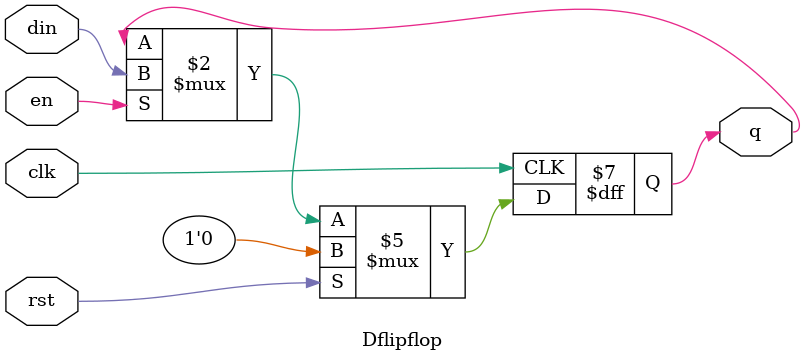
<source format=v>
module Dflipflop(
input clk,
input rst,
input en,
input din,
output reg q
);

always @(posedge clk)begin
  if(rst)q<=1'b0;
  else if(en)q<=din;
  end
endmodule
</source>
